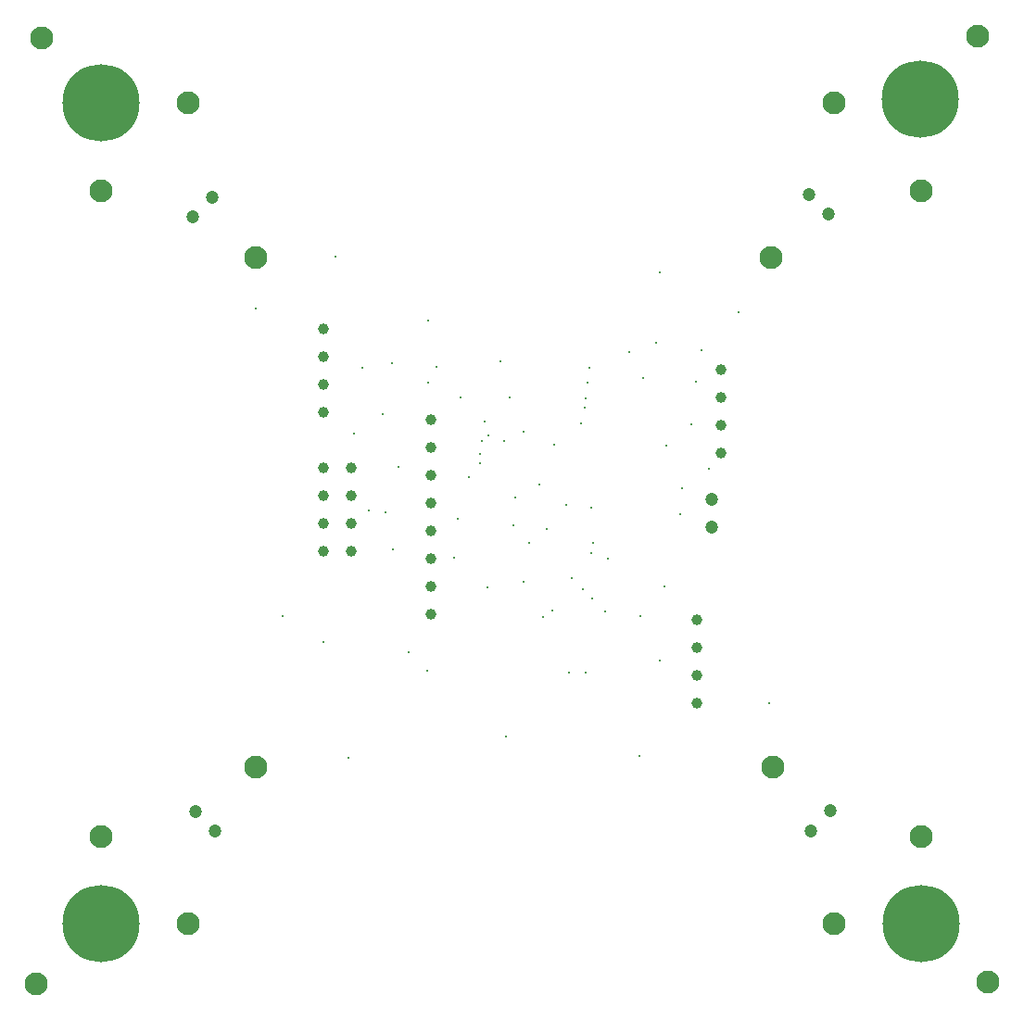
<source format=gbr>
%TF.GenerationSoftware,KiCad,Pcbnew,9.0.0*%
%TF.CreationDate,2025-07-06T23:44:28+07:00*%
%TF.ProjectId,MiniDrone_aDat,4d696e69-4472-46f6-9e65-5f614461742e,rev?*%
%TF.SameCoordinates,Original*%
%TF.FileFunction,Plated,1,2,PTH,Drill*%
%TF.FilePolarity,Positive*%
%FSLAX46Y46*%
G04 Gerber Fmt 4.6, Leading zero omitted, Abs format (unit mm)*
G04 Created by KiCad (PCBNEW 9.0.0) date 2025-07-06 23:44:28*
%MOMM*%
%LPD*%
G01*
G04 APERTURE LIST*
%TA.AperFunction,ViaDrill*%
%ADD10C,0.300000*%
%TD*%
%TA.AperFunction,ComponentDrill*%
%ADD11C,1.000000*%
%TD*%
%TA.AperFunction,ComponentDrill*%
%ADD12C,1.200000*%
%TD*%
%TA.AperFunction,ComponentDrill*%
%ADD13C,2.100000*%
%TD*%
%TA.AperFunction,ComponentDrill*%
%ADD14C,7.050000*%
%TD*%
G04 APERTURE END LIST*
D10*
X77000000Y-81540000D03*
X79480000Y-109660000D03*
X83250000Y-112030000D03*
X84290000Y-76810000D03*
X85470000Y-122650000D03*
X86030000Y-93030000D03*
X86780000Y-87010000D03*
X87400000Y-99990000D03*
X88600000Y-91205000D03*
X88870000Y-100190000D03*
X89480000Y-86580000D03*
X89580000Y-103550000D03*
X90030000Y-96030000D03*
X91020000Y-112980000D03*
X92670000Y-114660000D03*
X92750000Y-82690000D03*
X92820000Y-88310000D03*
X93580000Y-86890000D03*
X95140000Y-104310000D03*
X95520000Y-100750000D03*
X95725000Y-89670000D03*
X96490000Y-96980000D03*
X97500000Y-94898581D03*
X97500000Y-95700000D03*
X97685421Y-93712149D03*
X97950000Y-91880000D03*
X98220000Y-107020000D03*
X98300000Y-93200000D03*
X99365000Y-86360000D03*
X99760000Y-93680000D03*
X99920000Y-120660000D03*
X100270000Y-89710000D03*
X100550000Y-101380000D03*
X100740000Y-98840000D03*
X101480000Y-106520000D03*
X101520000Y-92830000D03*
X101990000Y-103010000D03*
X102920000Y-97680000D03*
X103270000Y-109790000D03*
X103610000Y-101680000D03*
X104130000Y-109170000D03*
X104300000Y-93990000D03*
X105380000Y-99510000D03*
X105632500Y-114857500D03*
X105888275Y-106221725D03*
X106780000Y-92030000D03*
X106940000Y-107230000D03*
X107070000Y-90640000D03*
X107160158Y-89765713D03*
X107205000Y-114880000D03*
X107360000Y-88360000D03*
X107520000Y-86990000D03*
X107660000Y-99760000D03*
X107720000Y-103940000D03*
X107768275Y-108101725D03*
X107870000Y-102950000D03*
X108910000Y-109230000D03*
X109200000Y-104440000D03*
X111180000Y-85520000D03*
X112050000Y-122430000D03*
X112160000Y-109700000D03*
X112460000Y-87895000D03*
X113590000Y-84700000D03*
X113930000Y-78230000D03*
X113942180Y-113779702D03*
X114380000Y-106930000D03*
X114510000Y-94120000D03*
X115790000Y-100400000D03*
X116010000Y-97970000D03*
X116830000Y-92180000D03*
X117270000Y-88290000D03*
X117770000Y-85350000D03*
X118420000Y-96180000D03*
X121180000Y-81870000D03*
X123940000Y-117600000D03*
D11*
%TO.C,J9*%
X83200000Y-83400000D03*
X83200000Y-85940000D03*
X83200000Y-88480000D03*
X83200000Y-91020000D03*
%TO.C,J8*%
X83245000Y-96170000D03*
X83245000Y-98710000D03*
X83245000Y-101250000D03*
X83245000Y-103790000D03*
X85785000Y-96170000D03*
X85785000Y-98710000D03*
X85785000Y-101250000D03*
X85785000Y-103790000D03*
%TO.C,J6*%
X93000000Y-91720000D03*
X93000000Y-94260000D03*
X93000000Y-96800000D03*
X93000000Y-99340000D03*
X93000000Y-101880000D03*
X93000000Y-104420000D03*
X93000000Y-106960000D03*
X93000000Y-109500000D03*
%TO.C,J7*%
X117300000Y-109980000D03*
X117300000Y-112520000D03*
X117300000Y-115060000D03*
X117300000Y-117600000D03*
%TO.C,J10*%
X119500000Y-87140000D03*
X119500000Y-89680000D03*
X119500000Y-92220000D03*
X119500000Y-94760000D03*
D12*
%TO.C,J2*%
X71284505Y-73207627D03*
%TO.C,J4*%
X71541576Y-127539444D03*
%TO.C,J2*%
X73080556Y-71411576D03*
%TO.C,J4*%
X73337627Y-129335495D03*
%TO.C,J5*%
X118707500Y-98995000D03*
X118707500Y-101535000D03*
%TO.C,J1*%
X127552373Y-71154505D03*
%TO.C,J3*%
X127749444Y-129288424D03*
%TO.C,J1*%
X129348424Y-72950556D03*
%TO.C,J3*%
X129545495Y-127492373D03*
D13*
%TO.C,Scr12*%
X56940000Y-143320000D03*
%TO.C,Scr5*%
X57490000Y-56840000D03*
%TO.C,Scr11*%
X62858840Y-70824801D03*
%TO.C,Scr15*%
X62858840Y-129787431D03*
%TO.C,Scr8*%
X70874811Y-62808830D03*
%TO.C,Scr7*%
X70880229Y-137808820D03*
%TO.C,Scr2*%
X77020000Y-76900000D03*
%TO.C,Scr4*%
X77070000Y-123510000D03*
%TO.C,Scr1*%
X124100000Y-76890000D03*
%TO.C,Scr3*%
X124260000Y-123460000D03*
%TO.C,Scr9*%
X129840407Y-62808830D03*
%TO.C,Scr16*%
X129852126Y-137808820D03*
%TO.C,Scr6*%
X137858840Y-70827263D03*
%TO.C,Scr13*%
X137858840Y-129802106D03*
%TO.C,Scr14*%
X142990000Y-56640000D03*
%TO.C,Scr10*%
X143920000Y-143110000D03*
D14*
%TO.C,Mt2*%
X62858842Y-62808826D03*
%TO.C,Mt3*%
X62858842Y-137808824D03*
%TO.C,Mt1*%
X137750000Y-62400000D03*
%TO.C,Mt4*%
X137858842Y-137808825D03*
M02*

</source>
